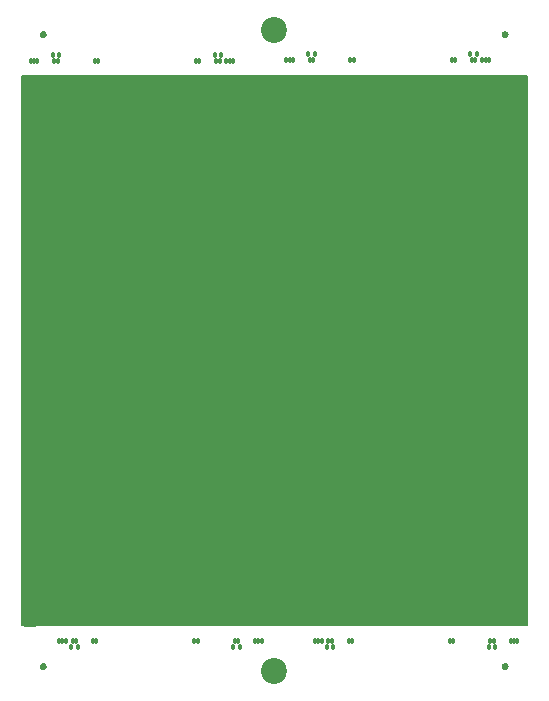
<source format=gbr>
%TF.GenerationSoftware,KiCad,Pcbnew,7.0.7*%
%TF.CreationDate,2024-12-12T20:45:32-05:00*%
%TF.ProjectId,design-files_TM,64657369-676e-42d6-9669-6c65735f544d,rev?*%
%TF.SameCoordinates,Original*%
%TF.FileFunction,Soldermask,Top*%
%TF.FilePolarity,Negative*%
%FSLAX46Y46*%
G04 Gerber Fmt 4.6, Leading zero omitted, Abs format (unit mm)*
G04 Created by KiCad (PCBNEW 7.0.7) date 2024-12-12 20:45:32*
%MOMM*%
%LPD*%
G01*
G04 APERTURE LIST*
G04 Aperture macros list*
%AMRoundRect*
0 Rectangle with rounded corners*
0 $1 Rounding radius*
0 $2 $3 $4 $5 $6 $7 $8 $9 X,Y pos of 4 corners*
0 Add a 4 corners polygon primitive as box body*
4,1,4,$2,$3,$4,$5,$6,$7,$8,$9,$2,$3,0*
0 Add four circle primitives for the rounded corners*
1,1,$1+$1,$2,$3*
1,1,$1+$1,$4,$5*
1,1,$1+$1,$6,$7*
1,1,$1+$1,$8,$9*
0 Add four rect primitives between the rounded corners*
20,1,$1+$1,$2,$3,$4,$5,0*
20,1,$1+$1,$4,$5,$6,$7,0*
20,1,$1+$1,$6,$7,$8,$9,0*
20,1,$1+$1,$8,$9,$2,$3,0*%
G04 Aperture macros list end*
%ADD10C,0.600000*%
%ADD11C,2.200000*%
%ADD12RoundRect,0.125000X-0.063500X-0.127000X0.063500X-0.127000X0.063500X0.127000X-0.063500X0.127000X0*%
%ADD13RoundRect,0.125000X0.063500X0.127000X-0.063500X0.127000X-0.063500X-0.127000X0.063500X-0.127000X0*%
%ADD14RoundRect,0.325000X0.325000X-0.625000X0.325000X0.625000X-0.325000X0.625000X-0.325000X-0.625000X0*%
G04 APERTURE END LIST*
D10*
%TO.C,REF\u002A\u002A*%
X41610000Y-2000000D02*
G75*
G03*
X41610000Y-2000000I-10000J0D01*
G01*
X2510000Y-55500000D02*
G75*
G03*
X2510000Y-55500000I-10000J0D01*
G01*
X41610000Y-55500000D02*
G75*
G03*
X41610000Y-55500000I-10000J0D01*
G01*
X2510000Y-2000000D02*
G75*
G03*
X2510000Y-2000000I-10000J0D01*
G01*
%TD*%
D11*
%TO.C,REF\u002A\u002A*%
X22050000Y-55900000D03*
%TD*%
D12*
%TO.C,U2*%
X25492000Y-53370000D03*
X25778000Y-53370000D03*
X26064000Y-53370000D03*
X26493000Y-53870000D03*
X26636000Y-53370000D03*
X26922000Y-53370000D03*
X27065000Y-53870000D03*
X28352000Y-53370000D03*
X28638000Y-53370000D03*
X36932000Y-53370000D03*
X37218000Y-53370000D03*
X40221000Y-53870000D03*
X40364000Y-53370000D03*
X40650000Y-53370000D03*
X40793000Y-53870000D03*
X42080000Y-53370000D03*
X42366000Y-53370000D03*
X42652000Y-53370000D03*
%TD*%
D13*
%TO.C,U4*%
X40241329Y-4168127D03*
X39955329Y-4168127D03*
X39669329Y-4168127D03*
X39240329Y-3668127D03*
X39097329Y-4168127D03*
X38811329Y-4168127D03*
X38668329Y-3668127D03*
X37381329Y-4168127D03*
X37095329Y-4168127D03*
X28801329Y-4168127D03*
X28515329Y-4168127D03*
X25512329Y-3668127D03*
X25369329Y-4168127D03*
X25083329Y-4168127D03*
X24940329Y-3668127D03*
X23653329Y-4168127D03*
X23367329Y-4168127D03*
X23081329Y-4168127D03*
%TD*%
%TO.C,U3*%
X18591329Y-4198127D03*
X18305329Y-4198127D03*
X18019329Y-4198127D03*
X17590329Y-3698127D03*
X17447329Y-4198127D03*
X17161329Y-4198127D03*
X17018329Y-3698127D03*
X15731329Y-4198127D03*
X15445329Y-4198127D03*
X7151329Y-4198127D03*
X6865329Y-4198127D03*
X3862329Y-3698127D03*
X3719329Y-4198127D03*
X3433329Y-4198127D03*
X3290329Y-3698127D03*
X2003329Y-4198127D03*
X1717329Y-4198127D03*
X1431329Y-4198127D03*
%TD*%
D11*
%TO.C,REF\u002A\u002A*%
X22050000Y-1600000D03*
%TD*%
D12*
%TO.C,U1*%
X3847000Y-53320000D03*
X4133000Y-53320000D03*
X4419000Y-53320000D03*
X4848000Y-53820000D03*
X4991000Y-53320000D03*
X5277000Y-53320000D03*
X5420000Y-53820000D03*
X6707000Y-53320000D03*
X6993000Y-53320000D03*
X15287000Y-53320000D03*
X15573000Y-53320000D03*
X18576000Y-53820000D03*
X18719000Y-53320000D03*
X19005000Y-53320000D03*
X19148000Y-53820000D03*
X20435000Y-53320000D03*
X20721000Y-53320000D03*
X21007000Y-53320000D03*
%TD*%
D14*
%TO.C,R2*%
X1350000Y-30045000D03*
X1350000Y-51245000D03*
%TD*%
%TO.C,R1*%
X1350000Y-6345000D03*
X1350000Y-27545000D03*
%TD*%
G36*
X43492121Y-5470002D02*
G01*
X43538614Y-5523658D01*
X43550000Y-5576000D01*
X43550000Y-51924000D01*
X43529998Y-51992121D01*
X43476342Y-52038614D01*
X43424000Y-52050000D01*
X726000Y-52050000D01*
X657879Y-52029998D01*
X611386Y-51976342D01*
X600000Y-51924000D01*
X600000Y-5576000D01*
X620002Y-5507879D01*
X673658Y-5461386D01*
X726000Y-5450000D01*
X43424000Y-5450000D01*
X43492121Y-5470002D01*
G37*
M02*

</source>
